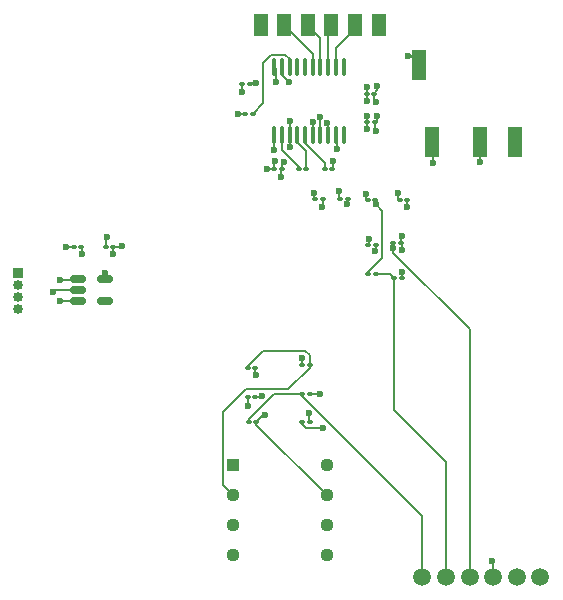
<source format=gbr>
%TF.GenerationSoftware,KiCad,Pcbnew,9.0.2*%
%TF.CreationDate,2025-07-27T21:28:39+05:30*%
%TF.ProjectId,dac,6461632e-6b69-4636-9164-5f7063625858,rev?*%
%TF.SameCoordinates,Original*%
%TF.FileFunction,Copper,L1,Top*%
%TF.FilePolarity,Positive*%
%FSLAX46Y46*%
G04 Gerber Fmt 4.6, Leading zero omitted, Abs format (unit mm)*
G04 Created by KiCad (PCBNEW 9.0.2) date 2025-07-27 21:28:39*
%MOMM*%
%LPD*%
G01*
G04 APERTURE LIST*
G04 Aperture macros list*
%AMRoundRect*
0 Rectangle with rounded corners*
0 $1 Rounding radius*
0 $2 $3 $4 $5 $6 $7 $8 $9 X,Y pos of 4 corners*
0 Add a 4 corners polygon primitive as box body*
4,1,4,$2,$3,$4,$5,$6,$7,$8,$9,$2,$3,0*
0 Add four circle primitives for the rounded corners*
1,1,$1+$1,$2,$3*
1,1,$1+$1,$4,$5*
1,1,$1+$1,$6,$7*
1,1,$1+$1,$8,$9*
0 Add four rect primitives between the rounded corners*
20,1,$1+$1,$2,$3,$4,$5,0*
20,1,$1+$1,$4,$5,$6,$7,0*
20,1,$1+$1,$6,$7,$8,$9,0*
20,1,$1+$1,$8,$9,$2,$3,0*%
G04 Aperture macros list end*
%TA.AperFunction,SMDPad,CuDef*%
%ADD10RoundRect,0.100000X-0.130000X-0.100000X0.130000X-0.100000X0.130000X0.100000X-0.130000X0.100000X0*%
%TD*%
%TA.AperFunction,SMDPad,CuDef*%
%ADD11R,1.200000X2.500000*%
%TD*%
%TA.AperFunction,SMDPad,CuDef*%
%ADD12RoundRect,0.150000X-0.512500X-0.150000X0.512500X-0.150000X0.512500X0.150000X-0.512500X0.150000X0*%
%TD*%
%TA.AperFunction,SMDPad,CuDef*%
%ADD13RoundRect,0.100000X0.100000X-0.637500X0.100000X0.637500X-0.100000X0.637500X-0.100000X-0.637500X0*%
%TD*%
%TA.AperFunction,ComponentPad*%
%ADD14R,0.850000X0.850000*%
%TD*%
%TA.AperFunction,ComponentPad*%
%ADD15C,0.850000*%
%TD*%
%TA.AperFunction,ComponentPad*%
%ADD16R,1.130000X1.130000*%
%TD*%
%TA.AperFunction,ComponentPad*%
%ADD17C,1.130000*%
%TD*%
%TA.AperFunction,SMDPad,CuDef*%
%ADD18RoundRect,0.100000X0.130000X0.100000X-0.130000X0.100000X-0.130000X-0.100000X0.130000X-0.100000X0*%
%TD*%
%TA.AperFunction,ComponentPad*%
%ADD19C,1.500000*%
%TD*%
%TA.AperFunction,ComponentPad*%
%ADD20R,1.270000X1.905000*%
%TD*%
%TA.AperFunction,ViaPad*%
%ADD21C,0.600000*%
%TD*%
%TA.AperFunction,Conductor*%
%ADD22C,0.200000*%
%TD*%
G04 APERTURE END LIST*
D10*
%TO.P,C4,1*%
%TO.N,3.3V*%
X120880000Y-78200000D03*
%TO.P,C4,2*%
%TO.N,GND*%
X121520000Y-78200000D03*
%TD*%
%TO.P,C8,1*%
%TO.N,3.3V*%
X128735000Y-74200000D03*
%TO.P,C8,2*%
%TO.N,AGND*%
X129375000Y-74200000D03*
%TD*%
D11*
%TO.P,J4,R1*%
%TO.N,Net-(U3-OUT_B)*%
X138250000Y-75850000D03*
%TO.P,J4,R2*%
%TO.N,unconnected-(J4-PadR2)*%
X141250000Y-75850000D03*
%TO.P,J4,S*%
%TO.N,AGND*%
X133150000Y-69350000D03*
%TO.P,J4,T*%
%TO.N,Net-(U3-OUT_A)*%
X134250000Y-75850000D03*
%TD*%
D10*
%TO.P,R4,1*%
%TO.N,Net-(C10-Pad2)*%
X128825000Y-87025000D03*
%TO.P,R4,2*%
%TO.N,Net-(C3-Pad2)*%
X129465000Y-87025000D03*
%TD*%
%TO.P,R6,1*%
%TO.N,Net-(R6-Pad1)*%
X123225000Y-97200000D03*
%TO.P,R6,2*%
%TO.N,Net-(U3--IN_B)*%
X123865000Y-97200000D03*
%TD*%
%TO.P,C9,1*%
%TO.N,3.3V*%
X128680000Y-71800000D03*
%TO.P,C9,2*%
%TO.N,AGND*%
X129320000Y-71800000D03*
%TD*%
%TO.P,R3,1*%
%TO.N,Net-(U1-OUTR)*%
X126430000Y-80700000D03*
%TO.P,R3,2*%
%TO.N,Net-(C10-Pad2)*%
X127070000Y-80700000D03*
%TD*%
%TO.P,C15,1*%
%TO.N,GND*%
X118405000Y-73475000D03*
%TO.P,C15,2*%
%TO.N,Net-(U1-LDOO)*%
X119045000Y-73475000D03*
%TD*%
%TO.P,C7,1*%
%TO.N,GND*%
X118135000Y-71000000D03*
%TO.P,C7,2*%
%TO.N,3.3V*%
X118775000Y-71000000D03*
%TD*%
%TO.P,C6,1*%
%TO.N,Net-(U1-VNEG)*%
X125135000Y-78200000D03*
%TO.P,C6,2*%
%TO.N,GND*%
X125775000Y-78200000D03*
%TD*%
D12*
%TO.P,U2,1,IN*%
%TO.N,+5V*%
X104262500Y-87450000D03*
%TO.P,U2,2,GND*%
%TO.N,GND*%
X104262500Y-88400000D03*
%TO.P,U2,3,EN*%
%TO.N,+5V*%
X104262500Y-89350000D03*
%TO.P,U2,4,NC*%
%TO.N,unconnected-(U2-NC-Pad4)*%
X106537500Y-89350000D03*
%TO.P,U2,5,OUT*%
%TO.N,3.3V*%
X106537500Y-87450000D03*
%TD*%
D13*
%TO.P,U1,1,CPVDD*%
%TO.N,3.3V*%
X120875000Y-75262500D03*
%TO.P,U1,2,CAPP*%
%TO.N,Net-(U1-CAPP)*%
X121525000Y-75262500D03*
%TO.P,U1,3,CPGND*%
%TO.N,GND*%
X122175000Y-75262500D03*
%TO.P,U1,4,CAPM*%
%TO.N,Net-(U1-CAPM)*%
X122825000Y-75262500D03*
%TO.P,U1,5,VNEG*%
%TO.N,Net-(U1-VNEG)*%
X123475000Y-75262500D03*
%TO.P,U1,6,OUTL*%
%TO.N,Net-(U1-OUTL)*%
X124125000Y-75262500D03*
%TO.P,U1,7,OUTR*%
%TO.N,Net-(U1-OUTR)*%
X124775000Y-75262500D03*
%TO.P,U1,8,AVDD*%
%TO.N,3.3V*%
X125425000Y-75262500D03*
%TO.P,U1,9,AGND*%
%TO.N,AGND*%
X126075000Y-75262500D03*
%TO.P,U1,10,DEMP*%
%TO.N,unconnected-(U1-DEMP-Pad10)*%
X126725000Y-75262500D03*
%TO.P,U1,11,FLT*%
%TO.N,unconnected-(U1-FLT-Pad11)*%
X126725000Y-69537500D03*
%TO.P,U1,12,SCK*%
%TO.N,SCK*%
X126075000Y-69537500D03*
%TO.P,U1,13,BCK*%
%TO.N,BCK*%
X125425000Y-69537500D03*
%TO.P,U1,14,DIN*%
%TO.N,DAT*%
X124775000Y-69537500D03*
%TO.P,U1,15,LRCK*%
%TO.N,LCK*%
X124125000Y-69537500D03*
%TO.P,U1,16,FMT*%
%TO.N,unconnected-(U1-FMT-Pad16)*%
X123475000Y-69537500D03*
%TO.P,U1,17,XSMT*%
%TO.N,unconnected-(U1-XSMT-Pad17)*%
X122825000Y-69537500D03*
%TO.P,U1,18,LDOO*%
%TO.N,Net-(U1-LDOO)*%
X122175000Y-69537500D03*
%TO.P,U1,19,DGND*%
%TO.N,GND*%
X121525000Y-69537500D03*
%TO.P,U1,20,DVDD*%
%TO.N,3.3V*%
X120875000Y-69537500D03*
%TD*%
D10*
%TO.P,C13,1*%
%TO.N,Net-(U3--IN_A)*%
X118600000Y-95000000D03*
%TO.P,C13,2*%
%TO.N,Net-(U3-OUT_A)*%
X119240000Y-95000000D03*
%TD*%
%TO.P,R7,1*%
%TO.N,Net-(R5-Pad1)*%
X123225000Y-99600000D03*
%TO.P,R7,2*%
%TO.N,Net-(U3-OUT_A)*%
X123865000Y-99600000D03*
%TD*%
D14*
%TO.P,J3,1,Pin_1*%
%TO.N,+5V*%
X99200000Y-87000000D03*
D15*
%TO.P,J3,2,Pin_2*%
%TO.N,unconnected-(J3-Pin_2-Pad2)*%
X99200000Y-88000000D03*
%TO.P,J3,3,Pin_3*%
%TO.N,unconnected-(J3-Pin_3-Pad3)*%
X99200000Y-89000000D03*
%TO.P,J3,4,Pin_4*%
%TO.N,GND*%
X99200000Y-90000000D03*
%TD*%
D10*
%TO.P,R8,1*%
%TO.N,Net-(R6-Pad1)*%
X118700000Y-99550000D03*
%TO.P,R8,2*%
%TO.N,Net-(U3-OUT_B)*%
X119340000Y-99550000D03*
%TD*%
%TO.P,R5,1*%
%TO.N,Net-(R5-Pad1)*%
X123225000Y-94800000D03*
%TO.P,R5,2*%
%TO.N,Net-(U3--IN_A)*%
X123865000Y-94800000D03*
%TD*%
D16*
%TO.P,U3,1,OUT_A*%
%TO.N,Net-(U3-OUT_A)*%
X117355000Y-103240000D03*
D17*
%TO.P,U3,2,-IN_A*%
%TO.N,Net-(U3--IN_A)*%
X117355000Y-105780000D03*
%TO.P,U3,3,+IN_A*%
%TO.N,AGND*%
X117355000Y-108320000D03*
%TO.P,U3,4,V-*%
X117355000Y-110860000D03*
%TO.P,U3,5,+IN_B*%
X125295000Y-110860000D03*
%TO.P,U3,6,-IN_B*%
%TO.N,Net-(U3--IN_B)*%
X125295000Y-108320000D03*
%TO.P,U3,7,OUT_B*%
%TO.N,Net-(U3-OUT_B)*%
X125295000Y-105780000D03*
%TO.P,U3,8,V+*%
%TO.N,+5V*%
X125295000Y-103240000D03*
%TD*%
D10*
%TO.P,R2,1*%
%TO.N,Net-(U1-OUTL)*%
X124305000Y-80750000D03*
%TO.P,R2,2*%
%TO.N,Net-(C11-Pad2)*%
X124945000Y-80750000D03*
%TD*%
%TO.P,C10,1*%
%TO.N,AGND*%
X128760000Y-80800000D03*
%TO.P,C10,2*%
%TO.N,Net-(C10-Pad2)*%
X129400000Y-80800000D03*
%TD*%
%TO.P,C11,1*%
%TO.N,AGND*%
X131480000Y-80800000D03*
%TO.P,C11,2*%
%TO.N,Net-(C11-Pad2)*%
X132120000Y-80800000D03*
%TD*%
%TO.P,C1,1*%
%TO.N,+5V*%
X103880000Y-84800000D03*
%TO.P,C1,2*%
%TO.N,GND*%
X104520000Y-84800000D03*
%TD*%
D18*
%TO.P,C3,1*%
%TO.N,AGND*%
X131640000Y-87400000D03*
%TO.P,C3,2*%
%TO.N,Net-(C3-Pad2)*%
X131000000Y-87400000D03*
%TD*%
D19*
%TO.P,RV1,1,1*%
%TO.N,Net-(C12-Pad1)*%
X137400000Y-112700000D03*
%TO.P,RV1,2,2*%
%TO.N,Net-(R5-Pad1)*%
X139400000Y-112700000D03*
%TO.P,RV1,3,3*%
%TO.N,AGND*%
X141400000Y-112700000D03*
%TO.P,RV1,4,4*%
%TO.N,Net-(C3-Pad2)*%
X135400000Y-112700000D03*
%TO.P,RV1,5,5*%
%TO.N,Net-(R6-Pad1)*%
X133400000Y-112700000D03*
%TO.P,RV1,6,6*%
%TO.N,AGND*%
X143400000Y-112700000D03*
%TD*%
D10*
%TO.P,C14,1*%
%TO.N,Net-(U3--IN_B)*%
X118600000Y-97450000D03*
%TO.P,C14,2*%
%TO.N,Net-(U3-OUT_B)*%
X119240000Y-97450000D03*
%TD*%
%TO.P,C2,1*%
%TO.N,3.3V*%
X106600000Y-84800000D03*
%TO.P,C2,2*%
%TO.N,GND*%
X107240000Y-84800000D03*
%TD*%
D20*
%TO.P,J1,1,Pin_1*%
%TO.N,AGND*%
X119700000Y-66000000D03*
%TO.P,J1,2,Pin_2*%
%TO.N,LCK*%
X121652000Y-66000000D03*
%TO.P,J1,3,Pin_3*%
%TO.N,DAT*%
X123700000Y-66000000D03*
%TO.P,J1,4,Pin_4*%
%TO.N,BCK*%
X125700000Y-66000000D03*
%TO.P,J1,5,Pin_5*%
%TO.N,SCK*%
X127700000Y-66000000D03*
%TO.P,J1,6,Pin_6*%
%TO.N,GND*%
X129700000Y-66000000D03*
%TD*%
D10*
%TO.P,C5,1*%
%TO.N,Net-(U1-CAPP)*%
X122935000Y-78200000D03*
%TO.P,C5,2*%
%TO.N,Net-(U1-CAPM)*%
X123575000Y-78200000D03*
%TD*%
%TO.P,C12,1*%
%TO.N,Net-(C12-Pad1)*%
X130935000Y-84400000D03*
%TO.P,C12,2*%
%TO.N,AGND*%
X131575000Y-84400000D03*
%TD*%
%TO.P,R1,1*%
%TO.N,Net-(C11-Pad2)*%
X128825000Y-84625000D03*
%TO.P,R1,2*%
%TO.N,Net-(C12-Pad1)*%
X129465000Y-84625000D03*
%TD*%
D21*
%TO.N,GND*%
X121425000Y-78825000D03*
X107200000Y-85400000D03*
X122076735Y-70775000D03*
X125850000Y-77450000D03*
X117800000Y-73500000D03*
X122200000Y-74100000D03*
X104600000Y-85400000D03*
X102137500Y-88550000D03*
X108000000Y-84725000D03*
X122175000Y-76325000D03*
X118150000Y-71625000D03*
X121687093Y-77578172D03*
%TO.N,+5V*%
X103200000Y-84800000D03*
X102737500Y-87550000D03*
X102737500Y-89350000D03*
%TO.N,3.3V*%
X106700000Y-83950000D03*
X120250000Y-78200000D03*
X120875000Y-76575000D03*
X128700000Y-72450000D03*
X106550000Y-86950000D03*
X125364048Y-74276939D03*
X121000000Y-70800000D03*
X119300000Y-70925000D03*
X120890000Y-77510000D03*
X128675000Y-74800000D03*
X128700000Y-71200000D03*
X128725000Y-73700000D03*
%TO.N,AGND*%
X131675000Y-86875000D03*
X131700000Y-83825000D03*
X129600000Y-71150000D03*
X132225000Y-68600000D03*
X131700000Y-85025000D03*
X128600000Y-80250000D03*
X129498106Y-72505042D03*
X129550000Y-73700000D03*
X131375000Y-80175000D03*
X129464796Y-74927386D03*
X126150000Y-76450000D03*
%TO.N,Net-(C10-Pad2)*%
X129437504Y-81150001D03*
X127050000Y-81150000D03*
%TO.N,Net-(C11-Pad2)*%
X132075000Y-81375000D03*
X124900000Y-81375000D03*
X128850000Y-84075000D03*
%TO.N,Net-(C12-Pad1)*%
X130900000Y-84900000D03*
X129396000Y-85134600D03*
%TO.N,Net-(U3-OUT_A)*%
X119300000Y-95600000D03*
X123829000Y-98850000D03*
X134300000Y-77700000D03*
%TO.N,Net-(U3--IN_B)*%
X124700000Y-97200000D03*
X118600000Y-98275000D03*
%TO.N,Net-(U3-OUT_B)*%
X120075000Y-99000000D03*
X138300000Y-77550000D03*
X119802474Y-97399000D03*
%TO.N,Net-(U1-OUTL)*%
X124125000Y-74225000D03*
X124225000Y-80200000D03*
%TO.N,Net-(U1-OUTR)*%
X124765693Y-73745926D03*
X126350000Y-80050000D03*
%TO.N,Net-(R5-Pad1)*%
X125029000Y-100100000D03*
X123250000Y-94150000D03*
X139325000Y-111400000D03*
%TD*%
D22*
%TO.N,GND*%
X118150000Y-71625000D02*
X118150000Y-71015000D01*
X122200000Y-74100000D02*
X122200000Y-75237500D01*
X125850000Y-77450000D02*
X125850000Y-78125000D01*
X121425000Y-78295000D02*
X121520000Y-78200000D01*
X104600000Y-85400000D02*
X104600000Y-84880000D01*
X118380000Y-73500000D02*
X118405000Y-73475000D01*
X125850000Y-78125000D02*
X125775000Y-78200000D01*
X121425000Y-78825000D02*
X121425000Y-78295000D01*
X107200000Y-85400000D02*
X107200000Y-84840000D01*
X122175000Y-76325000D02*
X122175000Y-75262500D01*
X117800000Y-73500000D02*
X118380000Y-73500000D01*
X107240000Y-84800000D02*
X107925000Y-84800000D01*
X102287500Y-88400000D02*
X104262500Y-88400000D01*
X118150000Y-71015000D02*
X118135000Y-71000000D01*
X121525000Y-69537500D02*
X121525000Y-70223265D01*
X121687093Y-77578172D02*
X121520000Y-77745265D01*
X121520000Y-77745265D02*
X121520000Y-78200000D01*
X104600000Y-84880000D02*
X104520000Y-84800000D01*
X121525000Y-70223265D02*
X122076735Y-70775000D01*
X107925000Y-84800000D02*
X108000000Y-84725000D01*
X122200000Y-75237500D02*
X122175000Y-75262500D01*
X107200000Y-84840000D02*
X107240000Y-84800000D01*
%TO.N,+5V*%
X104162500Y-87550000D02*
X104262500Y-87450000D01*
X103200000Y-84800000D02*
X103880000Y-84800000D01*
X102737500Y-89350000D02*
X104262500Y-89350000D01*
X102737500Y-87550000D02*
X104162500Y-87550000D01*
%TO.N,3.3V*%
X120880000Y-77520000D02*
X120890000Y-77510000D01*
X121000000Y-69662500D02*
X120875000Y-69537500D01*
X128675000Y-74260000D02*
X128735000Y-74200000D01*
X120880000Y-78200000D02*
X120880000Y-77520000D01*
X128700000Y-71820000D02*
X128680000Y-71800000D01*
X125425000Y-75262500D02*
X125425000Y-74337891D01*
X106600000Y-84800000D02*
X106600000Y-84050000D01*
X121000000Y-70800000D02*
X121000000Y-69662500D01*
X128680000Y-71800000D02*
X128680000Y-71220000D01*
X128680000Y-71220000D02*
X128700000Y-71200000D01*
X120875000Y-76575000D02*
X120875000Y-75262500D01*
X125425000Y-74337891D02*
X125364048Y-74276939D01*
X106537500Y-87450000D02*
X106537500Y-86962500D01*
X128735000Y-73710000D02*
X128725000Y-73700000D01*
X128675000Y-74800000D02*
X128675000Y-74260000D01*
X118850000Y-70925000D02*
X118775000Y-71000000D01*
X119300000Y-70925000D02*
X118850000Y-70925000D01*
X106600000Y-84050000D02*
X106700000Y-83950000D01*
X128700000Y-72450000D02*
X128700000Y-71820000D01*
X128735000Y-74200000D02*
X128735000Y-73710000D01*
X106537500Y-86962500D02*
X106550000Y-86950000D01*
X120250000Y-78200000D02*
X120880000Y-78200000D01*
%TO.N,Net-(C3-Pad2)*%
X135400000Y-102935844D02*
X135400000Y-112700000D01*
X131000000Y-98535844D02*
X135400000Y-102935844D01*
X129465000Y-87025000D02*
X130625000Y-87025000D01*
X131000000Y-87400000D02*
X131000000Y-98535844D01*
X130625000Y-87025000D02*
X131000000Y-87400000D01*
%TO.N,AGND*%
X131375000Y-80175000D02*
X131375000Y-80695000D01*
X129375000Y-74200000D02*
X129375000Y-74837590D01*
X131575000Y-84400000D02*
X131575000Y-83950000D01*
X131575000Y-83950000D02*
X131700000Y-83825000D01*
X129320000Y-71800000D02*
X129320000Y-72326936D01*
X131640000Y-86910000D02*
X131675000Y-86875000D01*
X129550000Y-74025000D02*
X129375000Y-74200000D01*
X131700000Y-84525000D02*
X131575000Y-84400000D01*
X131375000Y-80695000D02*
X131480000Y-80800000D01*
X126050000Y-75237500D02*
X126075000Y-75262500D01*
X131640000Y-87400000D02*
X131640000Y-86910000D01*
X132225000Y-68600000D02*
X132400000Y-68600000D01*
X129600000Y-71520000D02*
X129320000Y-71800000D01*
X126150000Y-76450000D02*
X126150000Y-75337500D01*
X126150000Y-75337500D02*
X126075000Y-75262500D01*
X128600000Y-80250000D02*
X128600000Y-80640000D01*
X129550000Y-73700000D02*
X129550000Y-74025000D01*
X131700000Y-85025000D02*
X131700000Y-84525000D01*
X132400000Y-68600000D02*
X133150000Y-69350000D01*
X129375000Y-74837590D02*
X129464796Y-74927386D01*
X128600000Y-80640000D02*
X128760000Y-80800000D01*
X129600000Y-71150000D02*
X129600000Y-71520000D01*
X129320000Y-72326936D02*
X129498106Y-72505042D01*
%TO.N,Net-(U1-CAPP)*%
X122935000Y-78200000D02*
X122935000Y-77976136D01*
X122935000Y-77976136D02*
X121525000Y-76566136D01*
X121525000Y-76566136D02*
X121525000Y-75262500D01*
%TO.N,Net-(U1-CAPM)*%
X122825000Y-75919870D02*
X122825000Y-75262500D01*
X123575000Y-78200000D02*
X123575000Y-76669870D01*
X123575000Y-76669870D02*
X122825000Y-75919870D01*
%TO.N,Net-(U1-VNEG)*%
X125135000Y-77662770D02*
X125135000Y-78200000D01*
X123475000Y-75262500D02*
X123475000Y-76002770D01*
X123475000Y-76002770D02*
X125135000Y-77662770D01*
%TO.N,Net-(C10-Pad2)*%
X127070000Y-80700000D02*
X127070000Y-81130000D01*
X127070000Y-81130000D02*
X127050000Y-81150000D01*
X128825000Y-86865130D02*
X128825000Y-87025000D01*
X129437504Y-81150001D02*
X129996000Y-81708497D01*
X129437504Y-80837504D02*
X129400000Y-80800000D01*
X129437504Y-81150001D02*
X129437504Y-80837504D01*
X129996000Y-85694130D02*
X128825000Y-86865130D01*
X129996000Y-81708497D02*
X129996000Y-85694130D01*
%TO.N,Net-(C11-Pad2)*%
X124945000Y-81330000D02*
X124900000Y-81375000D01*
X132075000Y-81375000D02*
X132075000Y-80845000D01*
X128850000Y-84600000D02*
X128825000Y-84625000D01*
X124945000Y-80750000D02*
X124945000Y-81330000D01*
X128850000Y-84075000D02*
X128850000Y-84600000D01*
X132075000Y-80845000D02*
X132120000Y-80800000D01*
%TO.N,Net-(C12-Pad1)*%
X129465000Y-85065600D02*
X129396000Y-85134600D01*
X137400000Y-91750057D02*
X137400000Y-112700000D01*
X130900000Y-84900000D02*
X130900000Y-84435000D01*
X129465000Y-84625000D02*
X129465000Y-85065600D01*
X130900000Y-85250057D02*
X137400000Y-91750057D01*
X130900000Y-84900000D02*
X130900000Y-85250057D01*
X130900000Y-84435000D02*
X130935000Y-84400000D01*
%TO.N,Net-(U3-OUT_A)*%
X119240000Y-95540000D02*
X119300000Y-95600000D01*
X119240000Y-95000000D02*
X119240000Y-95540000D01*
X123829000Y-98850000D02*
X123829000Y-99564000D01*
X134300000Y-75900000D02*
X134250000Y-75850000D01*
X134300000Y-77700000D02*
X134300000Y-75900000D01*
X123829000Y-99564000D02*
X123865000Y-99600000D01*
%TO.N,Net-(U3--IN_A)*%
X116489000Y-104914000D02*
X117355000Y-105780000D01*
X122065999Y-96799000D02*
X118451130Y-96799000D01*
X123865000Y-93915057D02*
X123498943Y-93549000D01*
X119891130Y-93549000D02*
X118600000Y-94840130D01*
X123865000Y-94999999D02*
X122065999Y-96799000D01*
X118451130Y-96799000D02*
X116489000Y-98761130D01*
X116489000Y-98761130D02*
X116489000Y-104914000D01*
X118600000Y-94840130D02*
X118600000Y-95000000D01*
X123498943Y-93549000D02*
X119891130Y-93549000D01*
X123865000Y-94800000D02*
X123865000Y-94999999D01*
X123865000Y-94800000D02*
X123865000Y-93915057D01*
%TO.N,Net-(U3--IN_B)*%
X123865000Y-97200000D02*
X124700000Y-97200000D01*
X118600000Y-98275000D02*
X118600000Y-97450000D01*
%TO.N,Net-(U3-OUT_B)*%
X119240000Y-97450000D02*
X119751474Y-97450000D01*
X125295000Y-105730000D02*
X125325000Y-105700000D01*
X120075000Y-99000000D02*
X119890000Y-99000000D01*
X125295000Y-105780000D02*
X119340000Y-99825000D01*
X138300000Y-77550000D02*
X138300000Y-75900000D01*
X119340000Y-99825000D02*
X119340000Y-99550000D01*
X138300000Y-75900000D02*
X138250000Y-75850000D01*
X119751474Y-97450000D02*
X119802474Y-97399000D01*
X119890000Y-99000000D02*
X119340000Y-99550000D01*
%TO.N,Net-(U1-LDOO)*%
X119901000Y-69204130D02*
X119901000Y-72619000D01*
X121793870Y-68499000D02*
X120606130Y-68499000D01*
X120606130Y-68499000D02*
X119901000Y-69204130D01*
X122175000Y-69537500D02*
X122175000Y-68880130D01*
X122175000Y-68880130D02*
X121793870Y-68499000D01*
X119901000Y-72619000D02*
X119045000Y-73475000D01*
%TO.N,DAT*%
X123962795Y-66262795D02*
X123700000Y-66000000D01*
X124775000Y-67075000D02*
X123962795Y-66262795D01*
X124775000Y-69537500D02*
X124775000Y-67482530D01*
X124775000Y-67482530D02*
X124775000Y-67075000D01*
%TO.N,SCK*%
X126075000Y-67942500D02*
X126075000Y-69537500D01*
X127700000Y-66317500D02*
X126075000Y-67942500D01*
X127700000Y-66000000D02*
X127700000Y-66317500D01*
%TO.N,LCK*%
X121652000Y-66000000D02*
X124125000Y-68473000D01*
X124125000Y-68473000D02*
X124125000Y-69537500D01*
%TO.N,BCK*%
X125700000Y-66000000D02*
X125425000Y-66275000D01*
X125425000Y-66275000D02*
X125425000Y-69537500D01*
%TO.N,Net-(U1-OUTL)*%
X124225000Y-80670000D02*
X124305000Y-80750000D01*
X124125000Y-75262500D02*
X124125000Y-74225000D01*
X124225000Y-80200000D02*
X124225000Y-80670000D01*
%TO.N,Net-(U1-OUTR)*%
X126350000Y-80050000D02*
X126350000Y-80620000D01*
X124775000Y-75262500D02*
X124763048Y-75250548D01*
X126350000Y-80620000D02*
X126430000Y-80700000D01*
X124763048Y-75250548D02*
X124763048Y-73748571D01*
X124763048Y-73748571D02*
X124765693Y-73745926D01*
%TO.N,Net-(R5-Pad1)*%
X123225000Y-99759870D02*
X123565130Y-100100000D01*
X123225000Y-99600000D02*
X123225000Y-99759870D01*
X139400000Y-112700000D02*
X139400000Y-111475000D01*
X139400000Y-111475000D02*
X139325000Y-111400000D01*
X123565130Y-100100000D02*
X125029000Y-100100000D01*
X123250000Y-94150000D02*
X123250000Y-94775000D01*
X123250000Y-94775000D02*
X123225000Y-94800000D01*
%TO.N,Net-(R6-Pad1)*%
X120850001Y-97200000D02*
X118700000Y-99350001D01*
X118700000Y-99350001D02*
X118700000Y-99550000D01*
X133400000Y-107534870D02*
X123225000Y-97359870D01*
X123225000Y-97359870D02*
X123225000Y-97200000D01*
X123225000Y-97200000D02*
X120850001Y-97200000D01*
X133400000Y-112700000D02*
X133400000Y-107534870D01*
%TD*%
M02*

</source>
